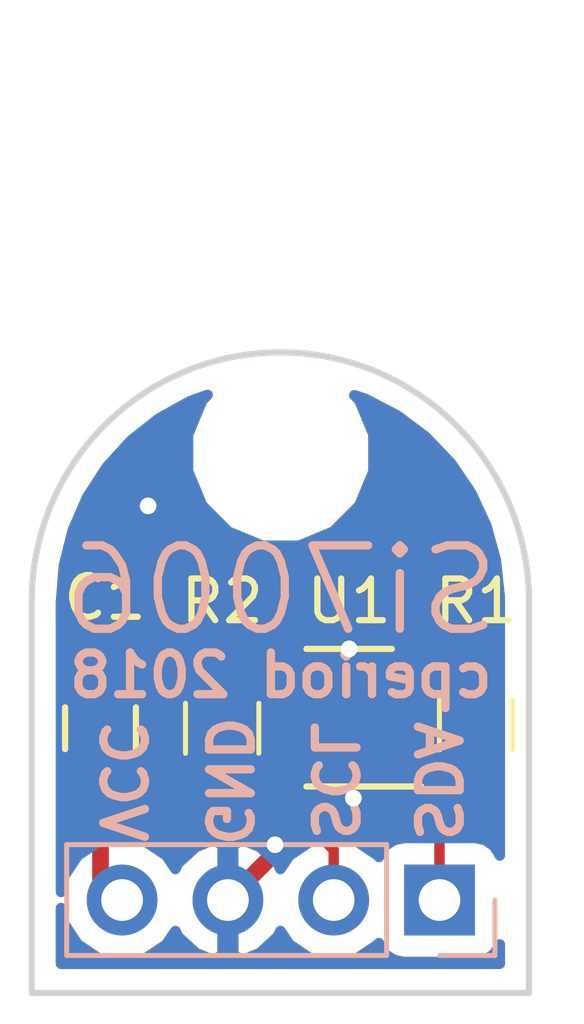
<source format=kicad_pcb>
(kicad_pcb (version 20171130) (host pcbnew 5.0.2-bee76a0~70~ubuntu18.04.1)

  (general
    (thickness 1.6)
    (drawings 10)
    (tracks 56)
    (zones 0)
    (modules 6)
    (nets 5)
  )

  (page A4)
  (layers
    (0 F.Cu signal)
    (31 B.Cu signal)
    (32 B.Adhes user hide)
    (33 F.Adhes user hide)
    (34 B.Paste user hide)
    (35 F.Paste user hide)
    (36 B.SilkS user)
    (37 F.SilkS user)
    (38 B.Mask user hide)
    (39 F.Mask user hide)
    (40 Dwgs.User user hide)
    (41 Cmts.User user hide)
    (42 Eco1.User user hide)
    (43 Eco2.User user hide)
    (44 Edge.Cuts user)
    (45 Margin user hide)
    (46 B.CrtYd user)
    (47 F.CrtYd user)
    (48 B.Fab user hide)
    (49 F.Fab user)
  )

  (setup
    (last_trace_width 0.25)
    (user_trace_width 0.4)
    (trace_clearance 0.2)
    (zone_clearance 0.5)
    (zone_45_only no)
    (trace_min 0.25)
    (segment_width 0.2)
    (edge_width 0.15)
    (via_size 0.8)
    (via_drill 0.4)
    (via_min_size 0.4)
    (via_min_drill 0.3)
    (uvia_size 0.3)
    (uvia_drill 0.1)
    (uvias_allowed no)
    (uvia_min_size 0.2)
    (uvia_min_drill 0.1)
    (pcb_text_width 0.2)
    (pcb_text_size 1 1)
    (mod_edge_width 0.15)
    (mod_text_size 1 1)
    (mod_text_width 0.15)
    (pad_size 0.75 1.2)
    (pad_drill 0)
    (pad_to_mask_clearance 0.2)
    (solder_mask_min_width 0.25)
    (aux_axis_origin 210.82 71.12)
    (visible_elements FFFFFF7F)
    (pcbplotparams
      (layerselection 0x01010_7fffffff)
      (usegerberextensions false)
      (usegerberattributes false)
      (usegerberadvancedattributes false)
      (creategerberjobfile false)
      (excludeedgelayer true)
      (linewidth 0.150000)
      (plotframeref false)
      (viasonmask false)
      (mode 1)
      (useauxorigin true)
      (hpglpennumber 1)
      (hpglpenspeed 20)
      (hpglpendiameter 15.000000)
      (psnegative false)
      (psa4output false)
      (plotreference true)
      (plotvalue true)
      (plotinvisibletext false)
      (padsonsilk false)
      (subtractmaskfromsilk false)
      (outputformat 1)
      (mirror false)
      (drillshape 0)
      (scaleselection 1)
      (outputdirectory "Gerber/"))
  )

  (net 0 "")
  (net 1 VCC)
  (net 2 GND)
  (net 3 SCL)
  (net 4 SDA)

  (net_class Default "This is the default net class."
    (clearance 0.2)
    (trace_width 0.25)
    (via_dia 0.8)
    (via_drill 0.4)
    (uvia_dia 0.3)
    (uvia_drill 0.1)
    (diff_pair_gap 0.3)
    (diff_pair_width 0.4)
    (add_net GND)
    (add_net SCL)
    (add_net SDA)
    (add_net VCC)
  )

  (module Resistors_SMD:R_0805_HandSoldering (layer F.Cu) (tedit 58E0A804) (tstamp 5B2A1841)
    (at 200.914 62.23 90)
    (descr "Resistor SMD 0805, hand soldering")
    (tags "resistor 0805")
    (path /5A2B467C)
    (attr smd)
    (fp_text reference R2 (at 3.048 0 180) (layer F.SilkS)
      (effects (font (size 1 1) (thickness 0.15)))
    )
    (fp_text value 4K7 (at 0 1.75 90) (layer F.Fab)
      (effects (font (size 1 1) (thickness 0.15)))
    )
    (fp_text user %R (at 0 0 90) (layer F.Fab)
      (effects (font (size 0.5 0.5) (thickness 0.075)))
    )
    (fp_line (start -1 0.62) (end -1 -0.62) (layer F.Fab) (width 0.1))
    (fp_line (start 1 0.62) (end -1 0.62) (layer F.Fab) (width 0.1))
    (fp_line (start 1 -0.62) (end 1 0.62) (layer F.Fab) (width 0.1))
    (fp_line (start -1 -0.62) (end 1 -0.62) (layer F.Fab) (width 0.1))
    (fp_line (start 0.6 0.88) (end -0.6 0.88) (layer F.SilkS) (width 0.12))
    (fp_line (start -0.6 -0.88) (end 0.6 -0.88) (layer F.SilkS) (width 0.12))
    (fp_line (start -2.35 -0.9) (end 2.35 -0.9) (layer F.CrtYd) (width 0.05))
    (fp_line (start -2.35 -0.9) (end -2.35 0.9) (layer F.CrtYd) (width 0.05))
    (fp_line (start 2.35 0.9) (end 2.35 -0.9) (layer F.CrtYd) (width 0.05))
    (fp_line (start 2.35 0.9) (end -2.35 0.9) (layer F.CrtYd) (width 0.05))
    (pad 1 smd rect (at -1.35 0 90) (size 1.5 1.3) (layers F.Cu F.Paste F.Mask)
      (net 3 SCL))
    (pad 2 smd rect (at 1.35 0 90) (size 1.5 1.3) (layers F.Cu F.Paste F.Mask)
      (net 1 VCC))
    (model ${KISYS3DMOD}/Resistors_SMD.3dshapes/R_0805.wrl
      (at (xyz 0 0 0))
      (scale (xyz 1 1 1))
      (rotate (xyz 0 0 0))
    )
  )

  (module Resistors_SMD:R_0805_HandSoldering (layer F.Cu) (tedit 58E0A804) (tstamp 5CCE999B)
    (at 207.01 62.15 90)
    (descr "Resistor SMD 0805, hand soldering")
    (tags "resistor 0805")
    (path /5A2B4757)
    (attr smd)
    (fp_text reference R1 (at 2.968 0 180) (layer F.SilkS)
      (effects (font (size 1 1) (thickness 0.15)))
    )
    (fp_text value 4K7 (at 0 1.75 90) (layer F.Fab)
      (effects (font (size 1 1) (thickness 0.15)))
    )
    (fp_text user %R (at 0 0 90) (layer F.Fab)
      (effects (font (size 0.5 0.5) (thickness 0.075)))
    )
    (fp_line (start -1 0.62) (end -1 -0.62) (layer F.Fab) (width 0.1))
    (fp_line (start 1 0.62) (end -1 0.62) (layer F.Fab) (width 0.1))
    (fp_line (start 1 -0.62) (end 1 0.62) (layer F.Fab) (width 0.1))
    (fp_line (start -1 -0.62) (end 1 -0.62) (layer F.Fab) (width 0.1))
    (fp_line (start 0.6 0.88) (end -0.6 0.88) (layer F.SilkS) (width 0.12))
    (fp_line (start -0.6 -0.88) (end 0.6 -0.88) (layer F.SilkS) (width 0.12))
    (fp_line (start -2.35 -0.9) (end 2.35 -0.9) (layer F.CrtYd) (width 0.05))
    (fp_line (start -2.35 -0.9) (end -2.35 0.9) (layer F.CrtYd) (width 0.05))
    (fp_line (start 2.35 0.9) (end 2.35 -0.9) (layer F.CrtYd) (width 0.05))
    (fp_line (start 2.35 0.9) (end -2.35 0.9) (layer F.CrtYd) (width 0.05))
    (pad 1 smd rect (at -1.35 0 90) (size 1.5 1.3) (layers F.Cu F.Paste F.Mask)
      (net 4 SDA))
    (pad 2 smd rect (at 1.35 0 90) (size 1.5 1.3) (layers F.Cu F.Paste F.Mask)
      (net 1 VCC))
    (model ${KISYS3DMOD}/Resistors_SMD.3dshapes/R_0805.wrl
      (at (xyz 0 0 0))
      (scale (xyz 1 1 1))
      (rotate (xyz 0 0 0))
    )
  )

  (module Capacitors_SMD:C_0805_HandSoldering (layer F.Cu) (tedit 5A877BBD) (tstamp 5A2B476F)
    (at 197.993 62.23 90)
    (descr "Capacitor SMD 0805, hand soldering")
    (tags "capacitor 0805")
    (path /5A2B4608)
    (attr smd)
    (fp_text reference C1 (at 3.13 0.107 -180) (layer F.SilkS)
      (effects (font (size 1 1) (thickness 0.15)))
    )
    (fp_text value 100nF (at 0 2.1 90) (layer F.Fab) hide
      (effects (font (size 1 1) (thickness 0.15)))
    )
    (fp_line (start -1 0.625) (end -1 -0.625) (layer F.Fab) (width 0.15))
    (fp_line (start 1 0.625) (end -1 0.625) (layer F.Fab) (width 0.15))
    (fp_line (start 1 -0.625) (end 1 0.625) (layer F.Fab) (width 0.15))
    (fp_line (start -1 -0.625) (end 1 -0.625) (layer F.Fab) (width 0.15))
    (fp_line (start -2.3 -1) (end 2.3 -1) (layer F.CrtYd) (width 0.05))
    (fp_line (start -2.3 1) (end 2.3 1) (layer F.CrtYd) (width 0.05))
    (fp_line (start -2.3 -1) (end -2.3 1) (layer F.CrtYd) (width 0.05))
    (fp_line (start 2.3 -1) (end 2.3 1) (layer F.CrtYd) (width 0.05))
    (fp_line (start 0.5 -0.85) (end -0.5 -0.85) (layer F.SilkS) (width 0.15))
    (fp_line (start -0.5 0.85) (end 0.5 0.85) (layer F.SilkS) (width 0.15))
    (pad 1 smd rect (at -1.25 0 90) (size 1.5 1.25) (layers F.Cu F.Paste F.Mask)
      (net 1 VCC))
    (pad 2 smd rect (at 1.25 0 90) (size 1.5 1.25) (layers F.Cu F.Paste F.Mask)
      (net 2 GND))
    (model Capacitors_SMD.3dshapes/C_0805_HandSoldering.wrl
      (at (xyz 0 0 0))
      (scale (xyz 1 1 1))
      (rotate (xyz 0 0 0))
    )
  )

  (module Housings_DFN_QFN:DFN-6-1EP_3x3mm_Pitch0.95mm (layer F.Cu) (tedit 5B270281) (tstamp 5B2A1851)
    (at 203.962 61.976 180)
    (descr "DFN6 3*3 MM, 0.95 PITCH; CASE 506AH-01 (see ON Semiconductor 506AH.PDF)")
    (tags "DFN 0.95")
    (path /5A2B442E)
    (attr smd)
    (fp_text reference U1 (at 0 2.794 180) (layer F.SilkS)
      (effects (font (size 1 1) (thickness 0.15)))
    )
    (fp_text value Si7006 (at 0 2.575 180) (layer F.Fab) hide
      (effects (font (size 1 1) (thickness 0.15)))
    )
    (fp_line (start -1.73 -1.65) (end 1.025 -1.65) (layer F.SilkS) (width 0.15))
    (fp_line (start -1.025 1.65) (end 1.025 1.65) (layer F.SilkS) (width 0.15))
    (fp_line (start -1.9 1.85) (end 1.9 1.85) (layer F.CrtYd) (width 0.05))
    (fp_line (start -1.9 -1.85) (end 1.9 -1.85) (layer F.CrtYd) (width 0.05))
    (fp_line (start 1.9 -1.85) (end 1.9 1.85) (layer F.CrtYd) (width 0.05))
    (fp_line (start -1.9 -1.85) (end -1.9 1.85) (layer F.CrtYd) (width 0.05))
    (fp_line (start -1.5 -0.5) (end -0.5 -1.5) (layer F.Fab) (width 0.15))
    (fp_line (start -1.5 1.5) (end -1.5 -0.5) (layer F.Fab) (width 0.15))
    (fp_line (start 1.5 1.5) (end -1.5 1.5) (layer F.Fab) (width 0.15))
    (fp_line (start 1.5 -1.5) (end 1.5 1.5) (layer F.Fab) (width 0.15))
    (fp_line (start -0.5 -1.5) (end 1.5 -1.5) (layer F.Fab) (width 0.15))
    (pad 7 smd rect (at -0.425 -0.65 180) (size 0.85 1.3) (layers F.Cu F.Paste F.Mask)
      (net 2 GND) (solder_paste_margin_ratio -0.2))
    (pad 7 smd rect (at -0.425 0.65 180) (size 0.85 1.3) (layers F.Cu F.Paste F.Mask)
      (net 2 GND) (solder_paste_margin_ratio -0.2))
    (pad 7 smd rect (at 0.425 -0.65 180) (size 0.85 1.3) (layers F.Cu F.Paste F.Mask)
      (net 2 GND) (solder_paste_margin_ratio -0.2))
    (pad 7 smd rect (at 0.425 0.65 180) (size 0.85 1.3) (layers F.Cu F.Paste F.Mask)
      (net 2 GND) (solder_paste_margin_ratio -0.2))
    (pad 6 smd rect (at 1.34 -0.95 180) (size 0.63 0.45) (layers F.Cu F.Paste F.Mask)
      (net 3 SCL))
    (pad 5 smd rect (at 1.34 0 180) (size 0.63 0.45) (layers F.Cu F.Paste F.Mask)
      (net 1 VCC))
    (pad 4 smd rect (at 1.34 0.95 180) (size 0.63 0.45) (layers F.Cu F.Paste F.Mask))
    (pad 3 smd rect (at -1.34 0.95 180) (size 0.63 0.45) (layers F.Cu F.Paste F.Mask))
    (pad 2 smd rect (at -1.34 0 180) (size 0.63 0.45) (layers F.Cu F.Paste F.Mask)
      (net 2 GND))
    (pad 1 smd rect (at -1.34 -0.95 180) (size 0.63 0.45) (layers F.Cu F.Paste F.Mask)
      (net 4 SDA))
    (model ${KISYS3DMOD}/Housings_DFN_QFN.3dshapes/DFN-6-1EP_3x3mm_Pitch0.95mm.wrl
      (at (xyz 0 0 0))
      (scale (xyz 1 1 1))
      (rotate (xyz 0 0 0))
    )
  )

  (module Mounting_Holes:MountingHole_3.2mm_M3 (layer F.Cu) (tedit 5B270794) (tstamp 5CCEA4C5)
    (at 202.321523 55.626 270)
    (descr "Mounting Hole 3.2mm, no annular, M3")
    (tags "mounting hole 3.2mm no annular m3")
    (attr virtual)
    (fp_text reference REF** (at 0 -4.2 270) (layer F.SilkS) hide
      (effects (font (size 1 1) (thickness 0.15)))
    )
    (fp_text value MountingHole_3.2mm_M3 (at 0 4.2 270) (layer F.Fab) hide
      (effects (font (size 1 1) (thickness 0.15)))
    )
    (fp_circle (center 0 0) (end 3.45 0) (layer F.CrtYd) (width 0.05))
    (fp_circle (center 0 0) (end 3.2 0) (layer Cmts.User) (width 0.15))
    (fp_text user %R (at 0.3 0 270) (layer F.Fab) hide
      (effects (font (size 1 1) (thickness 0.15)))
    )
    (pad 1 np_thru_hole circle (at 0 0 270) (size 3.2 3.2) (drill 3.2) (layers *.Cu *.Mask))
  )

  (module Socket_Strips:Socket_Strip_Straight_1x04_Pitch2.54mm (layer B.Cu) (tedit 5B2DA3D3) (tstamp 5B326D09)
    (at 206.131523 66.350279 90)
    (descr "Through hole straight socket strip, 1x04, 2.54mm pitch, single row")
    (tags "Through hole socket strip THT 1x04 2.54mm single row")
    (path /5A2B4547)
    (fp_text reference P1 (at 0 2.33 90) (layer B.SilkS) hide
      (effects (font (size 1 1) (thickness 0.15)) (justify mirror))
    )
    (fp_text value CONN_01X04 (at 0 -9.95 90) (layer B.Fab)
      (effects (font (size 1 1) (thickness 0.15)) (justify mirror))
    )
    (fp_text user %R (at 0 2.33 90) (layer B.Fab)
      (effects (font (size 1 1) (thickness 0.15)) (justify mirror))
    )
    (fp_line (start 1.8 1.8) (end -1.8 1.8) (layer B.CrtYd) (width 0.05))
    (fp_line (start 1.8 -9.4) (end 1.8 1.8) (layer B.CrtYd) (width 0.05))
    (fp_line (start -1.8 -9.4) (end 1.8 -9.4) (layer B.CrtYd) (width 0.05))
    (fp_line (start -1.8 1.8) (end -1.8 -9.4) (layer B.CrtYd) (width 0.05))
    (fp_line (start -1.33 1.33) (end 0 1.33) (layer B.SilkS) (width 0.12))
    (fp_line (start -1.33 0) (end -1.33 1.33) (layer B.SilkS) (width 0.12))
    (fp_line (start 1.33 -1.27) (end -1.33 -1.27) (layer B.SilkS) (width 0.12))
    (fp_line (start 1.33 -8.95) (end 1.33 -1.27) (layer B.SilkS) (width 0.12))
    (fp_line (start -1.33 -8.95) (end 1.33 -8.95) (layer B.SilkS) (width 0.12))
    (fp_line (start -1.33 -1.27) (end -1.33 -8.95) (layer B.SilkS) (width 0.12))
    (fp_line (start 1.27 1.27) (end -1.27 1.27) (layer B.Fab) (width 0.1))
    (fp_line (start 1.27 -8.89) (end 1.27 1.27) (layer B.Fab) (width 0.1))
    (fp_line (start -1.27 -8.89) (end 1.27 -8.89) (layer B.Fab) (width 0.1))
    (fp_line (start -1.27 1.27) (end -1.27 -8.89) (layer B.Fab) (width 0.1))
    (pad 4 thru_hole oval (at 0 -7.62 90) (size 1.7 1.7) (drill 1) (layers *.Cu *.Mask)
      (net 1 VCC))
    (pad 3 thru_hole oval (at 0 -5.08 90) (size 1.7 1.7) (drill 1) (layers *.Cu *.Mask)
      (net 2 GND))
    (pad 2 thru_hole oval (at 0 -2.54 90) (size 1.7 1.7) (drill 1) (layers *.Cu *.Mask)
      (net 3 SCL))
    (pad 1 thru_hole rect (at 0 0 90) (size 1.7 1.7) (drill 1) (layers *.Cu *.Mask)
      (net 4 SDA))
    (model ${KISYS3DMOD}/Socket_Strips.3dshapes/Socket_Strip_Straight_1x04_Pitch2.54mm.wrl
      (offset (xyz 0 -3.809999942779541 0))
      (scale (xyz 1 1 1))
      (rotate (xyz 0 0 270))
    )
  )

  (gr_arc (start 202.311 59.182) (end 208.28 59.182) (angle -180) (layer Edge.Cuts) (width 0.15))
  (gr_line (start 196.342 68.58) (end 196.342 59.182) (layer Edge.Cuts) (width 0.15))
  (gr_line (start 208.28 68.58) (end 196.342 68.58) (layer Edge.Cuts) (width 0.15))
  (gr_line (start 208.28 59.182) (end 208.28 68.58) (layer Edge.Cuts) (width 0.15))
  (gr_text Si7006 (at 202.321523 58.928) (layer B.SilkS)
    (effects (font (size 2 2) (thickness 0.2)) (justify mirror))
  )
  (gr_text "cperiod 2018" (at 202.321523 60.96) (layer B.SilkS)
    (effects (font (size 1 1) (thickness 0.2)) (justify mirror))
  )
  (gr_text VCC (at 198.511523 63.5 270) (layer B.SilkS)
    (effects (font (size 1 1) (thickness 0.2)) (justify mirror))
  )
  (gr_text GND (at 201.051523 63.5 270) (layer B.SilkS)
    (effects (font (size 1 1) (thickness 0.2)) (justify mirror))
  )
  (gr_text SCL (at 203.591523 63.5 270) (layer B.SilkS)
    (effects (font (size 1 1) (thickness 0.2)) (justify mirror))
  )
  (gr_text SDA (at 206.068023 63.5 270) (layer B.SilkS) (tstamp 5CCEA59C)
    (effects (font (size 1 1) (thickness 0.2)) (justify mirror))
  )

  (segment (start 202.01 61.976) (end 202.622 61.976) (width 0.25) (layer F.Cu) (net 1) (status 20))
  (segment (start 200.914 60.88) (end 202.01 61.976) (width 0.25) (layer F.Cu) (net 1) (status 10))
  (segment (start 200.914 60.78) (end 200.914 60.88) (width 0.25) (layer F.Cu) (net 1) (status 30))
  (segment (start 202.258 59.436) (end 200.914 60.78) (width 0.25) (layer F.Cu) (net 1) (status 20))
  (segment (start 207.01 60.8) (end 207.01 60.706) (width 0.25) (layer F.Cu) (net 1) (status 30))
  (segment (start 205.74 59.436) (end 202.258 59.436) (width 0.25) (layer F.Cu) (net 1))
  (segment (start 207.01 60.706) (end 205.74 59.436) (width 0.25) (layer F.Cu) (net 1) (status 10))
  (segment (start 198.374 63.48) (end 198.374 63.754) (width 0.25) (layer F.Cu) (net 1) (status 30))
  (segment (start 197.993 63.861) (end 198.374 63.48) (width 0.4) (layer F.Cu) (net 1))
  (segment (start 198.511523 66.350279) (end 197.993 65.831756) (width 0.4) (layer F.Cu) (net 1))
  (segment (start 197.993 65.831756) (end 197.993 63.861) (width 0.4) (layer F.Cu) (net 1))
  (segment (start 199.517 61.087) (end 199.724 60.88) (width 0.4) (layer F.Cu) (net 1))
  (segment (start 199.517 62.103) (end 199.517 61.087) (width 0.4) (layer F.Cu) (net 1))
  (segment (start 199.724 60.88) (end 200.914 60.88) (width 0.4) (layer F.Cu) (net 1))
  (segment (start 197.993 63.48) (end 198.14 63.48) (width 0.4) (layer F.Cu) (net 1))
  (segment (start 198.14 63.48) (end 199.517 62.103) (width 0.4) (layer F.Cu) (net 1))
  (segment (start 198.474 60.88) (end 198.374 60.98) (width 0.4) (layer F.Cu) (net 2) (status 30))
  (segment (start 204.187 61.976) (end 203.537 61.326) (width 0.4) (layer F.Cu) (net 2) (status 30))
  (segment (start 205.302 61.976) (end 204.187 61.976) (width 0.4) (layer F.Cu) (net 2) (status 30))
  (segment (start 204.387 61.326) (end 204.387 62.626) (width 0.4) (layer F.Cu) (net 2) (status 30))
  (segment (start 204.387 62.626) (end 203.537 62.626) (width 0.4) (layer F.Cu) (net 2) (status 30))
  (segment (start 203.537 62.626) (end 203.537 61.326) (width 0.4) (layer F.Cu) (net 2) (status 30))
  (segment (start 204.361999 60.724999) (end 203.962 60.325) (width 0.4) (layer F.Cu) (net 2) (status 10))
  (segment (start 203.962 59.69) (end 203.962 60.325) (width 0.4) (layer B.Cu) (net 2))
  (segment (start 204.387 60.75) (end 204.361999 60.724999) (width 0.4) (layer F.Cu) (net 2) (status 30))
  (segment (start 204.387 61.326) (end 204.387 60.75) (width 0.4) (layer F.Cu) (net 2) (status 30))
  (via (at 203.962 60.325) (size 0.8) (drill 0.4) (layers F.Cu B.Cu) (net 2))
  (segment (start 204.724 58.928) (end 203.962 59.69) (width 0.4) (layer B.Cu) (net 2))
  (segment (start 204.387 63.676) (end 204.1566 63.9064) (width 0.4) (layer F.Cu) (net 2))
  (segment (start 203.497915 63.9064) (end 204.0636 63.9064) (width 0.4) (layer B.Cu) (net 2))
  (segment (start 204.1566 63.9064) (end 204.0636 63.9064) (width 0.4) (layer F.Cu) (net 2))
  (via (at 204.0636 63.9064) (size 0.8) (drill 0.4) (layers F.Cu B.Cu) (net 2))
  (segment (start 204.387 62.626) (end 204.387 63.676) (width 0.4) (layer F.Cu) (net 2) (status 10))
  (segment (start 203.2 63.9064) (end 203.497915 63.9064) (width 0.4) (layer B.Cu) (net 2))
  (segment (start 203.2 63.9064) (end 203.2 64.008) (width 0.4) (layer B.Cu) (net 2))
  (segment (start 202.184 65.217802) (end 202.184 65.024) (width 0.4) (layer F.Cu) (net 2))
  (via (at 202.184 65.024) (size 0.8) (drill 0.4) (layers F.Cu B.Cu) (net 2))
  (segment (start 201.051523 66.350279) (end 202.184 65.217802) (width 0.4) (layer F.Cu) (net 2))
  (segment (start 202.583999 64.624001) (end 202.184 65.024) (width 0.4) (layer B.Cu) (net 2))
  (segment (start 203.2 64.008) (end 202.583999 64.624001) (width 0.4) (layer B.Cu) (net 2))
  (via (at 199.136 56.896) (size 0.8) (drill 0.4) (layers F.Cu B.Cu) (net 2))
  (segment (start 199.136 57.461685) (end 199.136 56.896) (width 0.25) (layer B.Cu) (net 2))
  (segment (start 199.644 58.42) (end 199.644 57.404) (width 0.25) (layer F.Cu) (net 2))
  (segment (start 199.136 59.8424) (end 199.136 57.461685) (width 0.25) (layer B.Cu) (net 2))
  (segment (start 199.644 57.404) (end 199.535999 57.295999) (width 0.25) (layer F.Cu) (net 2))
  (segment (start 203.2 63.9064) (end 199.136 59.8424) (width 0.25) (layer B.Cu) (net 2))
  (segment (start 199.535999 57.295999) (end 199.136 56.896) (width 0.25) (layer F.Cu) (net 2))
  (segment (start 201.968 63.58) (end 202.622 62.926) (width 0.25) (layer F.Cu) (net 3) (status 20))
  (segment (start 200.914 63.58) (end 201.968 63.58) (width 0.25) (layer F.Cu) (net 3) (status 10))
  (segment (start 203.591523 65.148198) (end 202.023325 63.58) (width 0.25) (layer F.Cu) (net 3))
  (segment (start 202.023325 63.58) (end 200.914 63.58) (width 0.25) (layer F.Cu) (net 3) (status 20))
  (segment (start 203.591523 66.350279) (end 203.591523 65.148198) (width 0.25) (layer F.Cu) (net 3) (status 10))
  (segment (start 206.131523 64.378477) (end 207.01 63.5) (width 0.25) (layer F.Cu) (net 4) (status 20))
  (segment (start 206.131523 66.350279) (end 206.131523 64.378477) (width 0.25) (layer F.Cu) (net 4) (status 10))
  (segment (start 205.876 63.5) (end 205.302 62.926) (width 0.25) (layer F.Cu) (net 4) (status 20))
  (segment (start 207.01 63.5) (end 205.876 63.5) (width 0.25) (layer F.Cu) (net 4) (status 10))

  (zone (net 2) (net_name GND) (layer B.Cu) (tstamp 5B2A22AE) (hatch edge 0.508)
    (connect_pads (clearance 0.5))
    (min_thickness 0.254)
    (fill yes (arc_segments 16) (thermal_gap 0.508) (thermal_bridge_width 0.508))
    (polygon
      (pts
        (xy 208.671523 59.536886) (xy 208.788 69.088) (xy 195.834 69.088) (xy 195.834 48.26) (xy 195.971523 48.26)
        (xy 195.971523 44.760279) (xy 208.671523 44.760279)
      )
    )
    (filled_polygon
      (pts
        (xy 200.433563 54.364506) (xy 200.094523 55.183022) (xy 200.094523 56.068978) (xy 200.433563 56.887494) (xy 201.060029 57.51396)
        (xy 201.878545 57.853) (xy 202.764501 57.853) (xy 203.583017 57.51396) (xy 204.209483 56.887494) (xy 204.548523 56.068978)
        (xy 204.548523 55.183022) (xy 204.209483 54.364506) (xy 204.08756 54.242583) (xy 204.351123 54.328729) (xy 205.116394 54.727103)
        (xy 205.806327 55.245118) (xy 206.402386 55.868859) (xy 206.888571 56.58158) (xy 207.251819 57.364131) (xy 207.482381 58.19551)
        (xy 207.576674 59.077836) (xy 207.578 59.186322) (xy 207.578001 65.285084) (xy 207.572143 65.255636) (xy 207.433564 65.048238)
        (xy 207.226166 64.909659) (xy 206.981523 64.860996) (xy 205.281523 64.860996) (xy 205.03688 64.909659) (xy 204.829482 65.048238)
        (xy 204.690903 65.255636) (xy 204.678418 65.318402) (xy 204.656381 65.285421) (xy 204.16782 64.958976) (xy 203.736994 64.873279)
        (xy 203.446052 64.873279) (xy 203.015226 64.958976) (xy 202.526665 65.285421) (xy 202.311651 65.607213) (xy 202.246706 65.468921)
        (xy 201.818447 65.078634) (xy 201.408413 64.908803) (xy 201.178523 65.030124) (xy 201.178523 66.223279) (xy 201.198523 66.223279)
        (xy 201.198523 66.477279) (xy 201.178523 66.477279) (xy 201.178523 67.670434) (xy 201.408413 67.791755) (xy 201.818447 67.621924)
        (xy 202.246706 67.231637) (xy 202.311651 67.093345) (xy 202.526665 67.415137) (xy 203.015226 67.741582) (xy 203.446052 67.827279)
        (xy 203.736994 67.827279) (xy 204.16782 67.741582) (xy 204.656381 67.415137) (xy 204.678418 67.382156) (xy 204.690903 67.444922)
        (xy 204.829482 67.65232) (xy 205.03688 67.790899) (xy 205.281523 67.839562) (xy 206.981523 67.839562) (xy 207.226166 67.790899)
        (xy 207.433564 67.65232) (xy 207.572143 67.444922) (xy 207.578001 67.415473) (xy 207.578001 67.878) (xy 197.044 67.878)
        (xy 197.044 66.543394) (xy 197.12022 66.926576) (xy 197.446665 67.415137) (xy 197.935226 67.741582) (xy 198.366052 67.827279)
        (xy 198.656994 67.827279) (xy 199.08782 67.741582) (xy 199.576381 67.415137) (xy 199.791395 67.093345) (xy 199.85634 67.231637)
        (xy 200.284599 67.621924) (xy 200.694633 67.791755) (xy 200.924523 67.670434) (xy 200.924523 66.477279) (xy 200.904523 66.477279)
        (xy 200.904523 66.223279) (xy 200.924523 66.223279) (xy 200.924523 65.030124) (xy 200.694633 64.908803) (xy 200.284599 65.078634)
        (xy 199.85634 65.468921) (xy 199.791395 65.607213) (xy 199.576381 65.285421) (xy 199.08782 64.958976) (xy 198.656994 64.873279)
        (xy 198.366052 64.873279) (xy 197.935226 64.958976) (xy 197.446665 65.285421) (xy 197.12022 65.773982) (xy 197.044 66.157164)
        (xy 197.044 59.210804) (xy 197.117061 58.322151) (xy 197.327241 57.48539) (xy 197.671262 56.694195) (xy 198.139885 55.969813)
        (xy 198.720531 55.331692) (xy 199.397599 54.796975) (xy 200.152907 54.380023) (xy 200.563415 54.234654)
      )
    )
  )
  (zone (net 2) (net_name GND) (layer F.Cu) (tstamp 0) (hatch edge 0.508)
    (connect_pads (clearance 0.5))
    (min_thickness 0.254)
    (fill yes (arc_segments 16) (thermal_gap 0.508) (thermal_bridge_width 0.508))
    (polygon
      (pts
        (xy 209.042 52.832) (xy 195.58 52.578) (xy 195.58 69.342) (xy 209.042 69.342)
      )
    )
    (filled_polygon
      (pts
        (xy 201.178523 66.223279) (xy 201.198523 66.223279) (xy 201.198523 66.477279) (xy 201.178523 66.477279) (xy 201.178523 67.670434)
        (xy 201.408413 67.791755) (xy 201.818447 67.621924) (xy 202.246706 67.231637) (xy 202.311651 67.093345) (xy 202.526665 67.415137)
        (xy 203.015226 67.741582) (xy 203.446052 67.827279) (xy 203.736994 67.827279) (xy 204.16782 67.741582) (xy 204.656381 67.415137)
        (xy 204.678418 67.382156) (xy 204.690903 67.444922) (xy 204.829482 67.65232) (xy 205.03688 67.790899) (xy 205.281523 67.839562)
        (xy 206.981523 67.839562) (xy 207.226166 67.790899) (xy 207.433564 67.65232) (xy 207.572143 67.444922) (xy 207.578001 67.415473)
        (xy 207.578001 67.878) (xy 197.044 67.878) (xy 197.044 66.543394) (xy 197.12022 66.926576) (xy 197.446665 67.415137)
        (xy 197.935226 67.741582) (xy 198.366052 67.827279) (xy 198.656994 67.827279) (xy 199.08782 67.741582) (xy 199.576381 67.415137)
        (xy 199.791395 67.093345) (xy 199.85634 67.231637) (xy 200.284599 67.621924) (xy 200.694633 67.791755) (xy 200.924523 67.670434)
        (xy 200.924523 66.477279) (xy 200.904523 66.477279) (xy 200.904523 66.223279) (xy 200.924523 66.223279) (xy 200.924523 66.203279)
        (xy 201.178523 66.203279)
      )
    )
    (filled_polygon
      (pts
        (xy 202.609746 65.229908) (xy 202.526665 65.285421) (xy 202.311651 65.607213) (xy 202.246706 65.468921) (xy 201.818447 65.078634)
        (xy 201.554434 64.969283) (xy 201.564 64.969283) (xy 201.808643 64.92062) (xy 202.016041 64.782041) (xy 202.074455 64.694618)
      )
    )
    (filled_polygon
      (pts
        (xy 204.514 63.75225) (xy 204.67275 63.911) (xy 204.938309 63.911) (xy 205.139978 63.827466) (xy 205.291887 63.979376)
        (xy 205.333839 64.042161) (xy 205.396623 64.084112) (xy 205.396626 64.084115) (xy 205.420209 64.099873) (xy 205.364792 64.378477)
        (xy 205.379524 64.452541) (xy 205.379524 64.860996) (xy 205.281523 64.860996) (xy 205.03688 64.909659) (xy 204.829482 65.048238)
        (xy 204.690903 65.255636) (xy 204.678418 65.318402) (xy 204.656381 65.285421) (xy 204.344036 65.07672) (xy 204.343523 65.074139)
        (xy 204.343523 65.074135) (xy 204.299891 64.854782) (xy 204.133684 64.606037) (xy 204.070896 64.564083) (xy 203.334531 63.827719)
        (xy 203.41 63.75225) (xy 203.41 63.602689) (xy 203.423673 63.635699) (xy 203.602302 63.814327) (xy 203.813599 63.901849)
        (xy 203.82275 63.911) (xy 204.10125 63.911) (xy 204.110401 63.901849) (xy 204.321698 63.814327) (xy 204.500327 63.635699)
        (xy 204.514 63.602689)
      )
    )
    (filled_polygon
      (pts
        (xy 205.449 62.061717) (xy 205.447 62.061717) (xy 205.447 61.890283) (xy 205.449 61.890283)
      )
    )
    (filled_polygon
      (pts
        (xy 200.433563 54.364506) (xy 200.094523 55.183022) (xy 200.094523 56.068978) (xy 200.433563 56.887494) (xy 201.060029 57.51396)
        (xy 201.878545 57.853) (xy 202.764501 57.853) (xy 203.583017 57.51396) (xy 204.209483 56.887494) (xy 204.548523 56.068978)
        (xy 204.548523 55.183022) (xy 204.209483 54.364506) (xy 204.08756 54.242583) (xy 204.351123 54.328729) (xy 205.116394 54.727103)
        (xy 205.806327 55.245118) (xy 206.402386 55.868859) (xy 206.888571 56.58158) (xy 207.251819 57.364131) (xy 207.482381 58.19551)
        (xy 207.576674 59.077836) (xy 207.578 59.186322) (xy 207.578 59.410717) (xy 206.778205 59.410717) (xy 206.324116 58.956629)
        (xy 206.282161 58.893839) (xy 206.033416 58.727632) (xy 205.814063 58.684) (xy 205.814059 58.684) (xy 205.74 58.669269)
        (xy 205.665941 58.684) (xy 202.332058 58.684) (xy 202.257999 58.669269) (xy 202.18394 58.684) (xy 202.183937 58.684)
        (xy 201.964584 58.727632) (xy 201.715839 58.893839) (xy 201.673885 58.956627) (xy 201.139795 59.490717) (xy 200.264 59.490717)
        (xy 200.019357 59.53938) (xy 199.811959 59.677959) (xy 199.67338 59.885357) (xy 199.63993 60.053522) (xy 199.401321 60.100984)
        (xy 199.253 60.200089) (xy 199.253 60.103691) (xy 199.156327 59.870302) (xy 198.977699 59.691673) (xy 198.74431 59.595)
        (xy 198.27875 59.595) (xy 198.12 59.75375) (xy 198.12 60.853) (xy 198.14 60.853) (xy 198.14 61.107)
        (xy 198.12 61.107) (xy 198.12 61.127) (xy 197.866 61.127) (xy 197.866 61.107) (xy 197.846 61.107)
        (xy 197.846 60.853) (xy 197.866 60.853) (xy 197.866 59.75375) (xy 197.70725 59.595) (xy 197.24169 59.595)
        (xy 197.044 59.676886) (xy 197.044 59.210804) (xy 197.117061 58.322151) (xy 197.327241 57.48539) (xy 197.671262 56.694195)
        (xy 198.139885 55.969813) (xy 198.720531 55.331692) (xy 199.397599 54.796975) (xy 200.152907 54.380023) (xy 200.563415 54.234654)
      )
    )
  )
)

</source>
